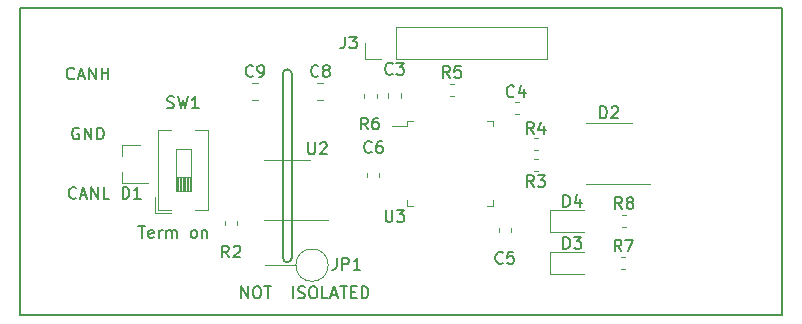
<source format=gbr>
G04 #@! TF.GenerationSoftware,KiCad,Pcbnew,5.1.4*
G04 #@! TF.CreationDate,2020-05-23T13:02:16+03:00*
G04 #@! TF.ProjectId,stm32,73746d33-322e-46b6-9963-61645f706362,rev?*
G04 #@! TF.SameCoordinates,Original*
G04 #@! TF.FileFunction,Legend,Top*
G04 #@! TF.FilePolarity,Positive*
%FSLAX46Y46*%
G04 Gerber Fmt 4.6, Leading zero omitted, Abs format (unit mm)*
G04 Created by KiCad (PCBNEW 5.1.4) date 2020-05-23 13:02:16*
%MOMM*%
%LPD*%
G04 APERTURE LIST*
%ADD10C,0.150000*%
%ADD11C,0.120000*%
G04 APERTURE END LIST*
D10*
X65754380Y-65533542D02*
X65706761Y-65581161D01*
X65563904Y-65628780D01*
X65468666Y-65628780D01*
X65325809Y-65581161D01*
X65230571Y-65485923D01*
X65182952Y-65390685D01*
X65135333Y-65200209D01*
X65135333Y-65057352D01*
X65182952Y-64866876D01*
X65230571Y-64771638D01*
X65325809Y-64676400D01*
X65468666Y-64628780D01*
X65563904Y-64628780D01*
X65706761Y-64676400D01*
X65754380Y-64724019D01*
X66135333Y-65343066D02*
X66611523Y-65343066D01*
X66040095Y-65628780D02*
X66373428Y-64628780D01*
X66706761Y-65628780D01*
X67040095Y-65628780D02*
X67040095Y-64628780D01*
X67611523Y-65628780D01*
X67611523Y-64628780D01*
X68563904Y-65628780D02*
X68087714Y-65628780D01*
X68087714Y-64628780D01*
X65989295Y-59647200D02*
X65894057Y-59599580D01*
X65751200Y-59599580D01*
X65608342Y-59647200D01*
X65513104Y-59742438D01*
X65465485Y-59837676D01*
X65417866Y-60028152D01*
X65417866Y-60171009D01*
X65465485Y-60361485D01*
X65513104Y-60456723D01*
X65608342Y-60551961D01*
X65751200Y-60599580D01*
X65846438Y-60599580D01*
X65989295Y-60551961D01*
X66036914Y-60504342D01*
X66036914Y-60171009D01*
X65846438Y-60171009D01*
X66465485Y-60599580D02*
X66465485Y-59599580D01*
X67036914Y-60599580D01*
X67036914Y-59599580D01*
X67513104Y-60599580D02*
X67513104Y-59599580D01*
X67751200Y-59599580D01*
X67894057Y-59647200D01*
X67989295Y-59742438D01*
X68036914Y-59837676D01*
X68084533Y-60028152D01*
X68084533Y-60171009D01*
X68036914Y-60361485D01*
X67989295Y-60456723D01*
X67894057Y-60551961D01*
X67751200Y-60599580D01*
X67513104Y-60599580D01*
X65584533Y-55424342D02*
X65536914Y-55471961D01*
X65394057Y-55519580D01*
X65298819Y-55519580D01*
X65155961Y-55471961D01*
X65060723Y-55376723D01*
X65013104Y-55281485D01*
X64965485Y-55091009D01*
X64965485Y-54948152D01*
X65013104Y-54757676D01*
X65060723Y-54662438D01*
X65155961Y-54567200D01*
X65298819Y-54519580D01*
X65394057Y-54519580D01*
X65536914Y-54567200D01*
X65584533Y-54614819D01*
X65965485Y-55233866D02*
X66441676Y-55233866D01*
X65870247Y-55519580D02*
X66203580Y-54519580D01*
X66536914Y-55519580D01*
X66870247Y-55519580D02*
X66870247Y-54519580D01*
X67441676Y-55519580D01*
X67441676Y-54519580D01*
X67917866Y-55519580D02*
X67917866Y-54519580D01*
X67917866Y-54995771D02*
X68489295Y-54995771D01*
X68489295Y-55519580D02*
X68489295Y-54519580D01*
X61000000Y-75500000D02*
X125500000Y-75500000D01*
X61000000Y-49500000D02*
X61000000Y-75500000D01*
X125500000Y-50000000D02*
X125500000Y-49500000D01*
X61000000Y-49500000D02*
X125500000Y-49500000D01*
X83248500Y-55054500D02*
G75*
G02X84010500Y-55054500I381000J0D01*
G01*
X84010500Y-70612000D02*
G75*
G02X83248500Y-70612000I-381000J0D01*
G01*
X84010500Y-55054500D02*
X84010500Y-70612000D01*
X83248500Y-55054500D02*
X83248500Y-70612000D01*
X79732857Y-74048880D02*
X79732857Y-73048880D01*
X80304285Y-74048880D01*
X80304285Y-73048880D01*
X80970952Y-73048880D02*
X81161428Y-73048880D01*
X81256666Y-73096500D01*
X81351904Y-73191738D01*
X81399523Y-73382214D01*
X81399523Y-73715547D01*
X81351904Y-73906023D01*
X81256666Y-74001261D01*
X81161428Y-74048880D01*
X80970952Y-74048880D01*
X80875714Y-74001261D01*
X80780476Y-73906023D01*
X80732857Y-73715547D01*
X80732857Y-73382214D01*
X80780476Y-73191738D01*
X80875714Y-73096500D01*
X80970952Y-73048880D01*
X81685238Y-73048880D02*
X82256666Y-73048880D01*
X81970952Y-74048880D02*
X81970952Y-73048880D01*
X84113809Y-74048880D02*
X84113809Y-73048880D01*
X84542380Y-74001261D02*
X84685238Y-74048880D01*
X84923333Y-74048880D01*
X85018571Y-74001261D01*
X85066190Y-73953642D01*
X85113809Y-73858404D01*
X85113809Y-73763166D01*
X85066190Y-73667928D01*
X85018571Y-73620309D01*
X84923333Y-73572690D01*
X84732857Y-73525071D01*
X84637619Y-73477452D01*
X84590000Y-73429833D01*
X84542380Y-73334595D01*
X84542380Y-73239357D01*
X84590000Y-73144119D01*
X84637619Y-73096500D01*
X84732857Y-73048880D01*
X84970952Y-73048880D01*
X85113809Y-73096500D01*
X85732857Y-73048880D02*
X85923333Y-73048880D01*
X86018571Y-73096500D01*
X86113809Y-73191738D01*
X86161428Y-73382214D01*
X86161428Y-73715547D01*
X86113809Y-73906023D01*
X86018571Y-74001261D01*
X85923333Y-74048880D01*
X85732857Y-74048880D01*
X85637619Y-74001261D01*
X85542380Y-73906023D01*
X85494761Y-73715547D01*
X85494761Y-73382214D01*
X85542380Y-73191738D01*
X85637619Y-73096500D01*
X85732857Y-73048880D01*
X87066190Y-74048880D02*
X86590000Y-74048880D01*
X86590000Y-73048880D01*
X87351904Y-73763166D02*
X87828095Y-73763166D01*
X87256666Y-74048880D02*
X87590000Y-73048880D01*
X87923333Y-74048880D01*
X88113809Y-73048880D02*
X88685238Y-73048880D01*
X88399523Y-74048880D02*
X88399523Y-73048880D01*
X89018571Y-73525071D02*
X89351904Y-73525071D01*
X89494761Y-74048880D02*
X89018571Y-74048880D01*
X89018571Y-73048880D01*
X89494761Y-73048880D01*
X89923333Y-74048880D02*
X89923333Y-73048880D01*
X90161428Y-73048880D01*
X90304285Y-73096500D01*
X90399523Y-73191738D01*
X90447142Y-73286976D01*
X90494761Y-73477452D01*
X90494761Y-73620309D01*
X90447142Y-73810785D01*
X90399523Y-73906023D01*
X90304285Y-74001261D01*
X90161428Y-74048880D01*
X89923333Y-74048880D01*
X71023809Y-67952380D02*
X71595238Y-67952380D01*
X71309523Y-68952380D02*
X71309523Y-67952380D01*
X72309523Y-68904761D02*
X72214285Y-68952380D01*
X72023809Y-68952380D01*
X71928571Y-68904761D01*
X71880952Y-68809523D01*
X71880952Y-68428571D01*
X71928571Y-68333333D01*
X72023809Y-68285714D01*
X72214285Y-68285714D01*
X72309523Y-68333333D01*
X72357142Y-68428571D01*
X72357142Y-68523809D01*
X71880952Y-68619047D01*
X72785714Y-68952380D02*
X72785714Y-68285714D01*
X72785714Y-68476190D02*
X72833333Y-68380952D01*
X72880952Y-68333333D01*
X72976190Y-68285714D01*
X73071428Y-68285714D01*
X73404761Y-68952380D02*
X73404761Y-68285714D01*
X73404761Y-68380952D02*
X73452380Y-68333333D01*
X73547619Y-68285714D01*
X73690476Y-68285714D01*
X73785714Y-68333333D01*
X73833333Y-68428571D01*
X73833333Y-68952380D01*
X73833333Y-68428571D02*
X73880952Y-68333333D01*
X73976190Y-68285714D01*
X74119047Y-68285714D01*
X74214285Y-68333333D01*
X74261904Y-68428571D01*
X74261904Y-68952380D01*
X75642857Y-68952380D02*
X75547619Y-68904761D01*
X75500000Y-68857142D01*
X75452380Y-68761904D01*
X75452380Y-68476190D01*
X75500000Y-68380952D01*
X75547619Y-68333333D01*
X75642857Y-68285714D01*
X75785714Y-68285714D01*
X75880952Y-68333333D01*
X75928571Y-68380952D01*
X75976190Y-68476190D01*
X75976190Y-68761904D01*
X75928571Y-68857142D01*
X75880952Y-68904761D01*
X75785714Y-68952380D01*
X75642857Y-68952380D01*
X76404761Y-68285714D02*
X76404761Y-68952380D01*
X76404761Y-68380952D02*
X76452380Y-68333333D01*
X76547619Y-68285714D01*
X76690476Y-68285714D01*
X76785714Y-68333333D01*
X76833333Y-68428571D01*
X76833333Y-68952380D01*
X125500000Y-75500000D02*
X125500000Y-50000000D01*
D11*
X84355000Y-71247000D02*
X81745000Y-71247000D01*
X87095000Y-71247000D02*
G75*
G03X87095000Y-71247000I-1370000J0D01*
G01*
X80628748Y-57225000D02*
X81151252Y-57225000D01*
X80628748Y-55805000D02*
X81151252Y-55805000D01*
X86171248Y-57225000D02*
X86693752Y-57225000D01*
X86171248Y-55805000D02*
X86693752Y-55805000D01*
X93220000Y-56710733D02*
X93220000Y-57053267D01*
X92200000Y-56710733D02*
X92200000Y-57053267D01*
X103245767Y-58485500D02*
X102903233Y-58485500D01*
X103245767Y-57465500D02*
X102903233Y-57465500D01*
X102554500Y-68419767D02*
X102554500Y-68077233D01*
X101534500Y-68419767D02*
X101534500Y-68077233D01*
X91378500Y-63455733D02*
X91378500Y-63798267D01*
X90358500Y-63455733D02*
X90358500Y-63798267D01*
X69677500Y-61092000D02*
X69677500Y-62022000D01*
X69677500Y-64252000D02*
X69677500Y-63322000D01*
X69677500Y-64252000D02*
X71837500Y-64252000D01*
X69677500Y-61092000D02*
X71137500Y-61092000D01*
X110869500Y-59225500D02*
X108919500Y-59225500D01*
X110869500Y-59225500D02*
X112819500Y-59225500D01*
X110869500Y-64345500D02*
X108919500Y-64345500D01*
X110869500Y-64345500D02*
X114319500Y-64345500D01*
X105890500Y-72016500D02*
X108750500Y-72016500D01*
X105890500Y-70096500D02*
X105890500Y-72016500D01*
X108750500Y-70096500D02*
X105890500Y-70096500D01*
X108750500Y-66540500D02*
X105890500Y-66540500D01*
X105890500Y-66540500D02*
X105890500Y-68460500D01*
X105890500Y-68460500D02*
X108750500Y-68460500D01*
X105597000Y-53781000D02*
X105597000Y-51121000D01*
X92837000Y-53781000D02*
X105597000Y-53781000D01*
X92837000Y-51121000D02*
X105597000Y-51121000D01*
X92837000Y-53781000D02*
X92837000Y-51121000D01*
X91567000Y-53781000D02*
X90237000Y-53781000D01*
X90237000Y-53781000D02*
X90237000Y-52451000D01*
X79377000Y-67533733D02*
X79377000Y-67876267D01*
X78357000Y-67533733D02*
X78357000Y-67876267D01*
X104833267Y-63248000D02*
X104490733Y-63248000D01*
X104833267Y-62228000D02*
X104490733Y-62228000D01*
X104833267Y-60513500D02*
X104490733Y-60513500D01*
X104833267Y-61533500D02*
X104490733Y-61533500D01*
X97721267Y-56898000D02*
X97378733Y-56898000D01*
X97721267Y-55878000D02*
X97378733Y-55878000D01*
X91188000Y-57067267D02*
X91188000Y-56724733D01*
X90168000Y-57067267D02*
X90168000Y-56724733D01*
X111920233Y-71566500D02*
X112262767Y-71566500D01*
X111920233Y-70546500D02*
X112262767Y-70546500D01*
X111983733Y-66990500D02*
X112326267Y-66990500D01*
X111983733Y-68010500D02*
X112326267Y-68010500D01*
X72693000Y-66592500D02*
X72693000Y-59771500D01*
X76913000Y-66592500D02*
X76913000Y-59771500D01*
X72693000Y-66592500D02*
X73763000Y-66592500D01*
X75843000Y-66592500D02*
X76913000Y-66592500D01*
X72693000Y-59771500D02*
X73813000Y-59771500D01*
X75793000Y-59771500D02*
X76913000Y-59771500D01*
X72453000Y-66832500D02*
X72453000Y-65449500D01*
X72453000Y-66832500D02*
X73763000Y-66832500D01*
X74168000Y-64992500D02*
X75438000Y-64992500D01*
X75438000Y-64992500D02*
X75438000Y-61372500D01*
X75438000Y-61372500D02*
X74168000Y-61372500D01*
X74168000Y-61372500D02*
X74168000Y-64992500D01*
X74288000Y-64992500D02*
X74288000Y-63785833D01*
X74408000Y-64992500D02*
X74408000Y-63785833D01*
X74528000Y-64992500D02*
X74528000Y-63785833D01*
X74648000Y-64992500D02*
X74648000Y-63785833D01*
X74768000Y-64992500D02*
X74768000Y-63785833D01*
X74888000Y-64992500D02*
X74888000Y-63785833D01*
X75008000Y-64992500D02*
X75008000Y-63785833D01*
X75128000Y-64992500D02*
X75128000Y-63785833D01*
X75248000Y-64992500D02*
X75248000Y-63785833D01*
X75368000Y-64992500D02*
X75368000Y-63785833D01*
X74168000Y-63785833D02*
X75438000Y-63785833D01*
X83629500Y-67457000D02*
X87079500Y-67457000D01*
X83629500Y-67457000D02*
X81679500Y-67457000D01*
X83629500Y-62337000D02*
X85579500Y-62337000D01*
X83629500Y-62337000D02*
X81679500Y-62337000D01*
X100569000Y-66221000D02*
X101019000Y-66221000D01*
X101019000Y-66221000D02*
X101019000Y-65771000D01*
X94249000Y-66221000D02*
X93799000Y-66221000D01*
X93799000Y-66221000D02*
X93799000Y-65771000D01*
X100569000Y-59001000D02*
X101019000Y-59001000D01*
X101019000Y-59001000D02*
X101019000Y-59451000D01*
X94249000Y-59001000D02*
X93799000Y-59001000D01*
X93799000Y-59001000D02*
X93799000Y-59451000D01*
X93799000Y-59451000D02*
X92509000Y-59451000D01*
D10*
X87812666Y-70635880D02*
X87812666Y-71350166D01*
X87765047Y-71493023D01*
X87669809Y-71588261D01*
X87526952Y-71635880D01*
X87431714Y-71635880D01*
X88288857Y-71635880D02*
X88288857Y-70635880D01*
X88669809Y-70635880D01*
X88765047Y-70683500D01*
X88812666Y-70731119D01*
X88860285Y-70826357D01*
X88860285Y-70969214D01*
X88812666Y-71064452D01*
X88765047Y-71112071D01*
X88669809Y-71159690D01*
X88288857Y-71159690D01*
X89812666Y-71635880D02*
X89241238Y-71635880D01*
X89526952Y-71635880D02*
X89526952Y-70635880D01*
X89431714Y-70778738D01*
X89336476Y-70873976D01*
X89241238Y-70921595D01*
X80723333Y-55222142D02*
X80675714Y-55269761D01*
X80532857Y-55317380D01*
X80437619Y-55317380D01*
X80294761Y-55269761D01*
X80199523Y-55174523D01*
X80151904Y-55079285D01*
X80104285Y-54888809D01*
X80104285Y-54745952D01*
X80151904Y-54555476D01*
X80199523Y-54460238D01*
X80294761Y-54365000D01*
X80437619Y-54317380D01*
X80532857Y-54317380D01*
X80675714Y-54365000D01*
X80723333Y-54412619D01*
X81199523Y-55317380D02*
X81390000Y-55317380D01*
X81485238Y-55269761D01*
X81532857Y-55222142D01*
X81628095Y-55079285D01*
X81675714Y-54888809D01*
X81675714Y-54507857D01*
X81628095Y-54412619D01*
X81580476Y-54365000D01*
X81485238Y-54317380D01*
X81294761Y-54317380D01*
X81199523Y-54365000D01*
X81151904Y-54412619D01*
X81104285Y-54507857D01*
X81104285Y-54745952D01*
X81151904Y-54841190D01*
X81199523Y-54888809D01*
X81294761Y-54936428D01*
X81485238Y-54936428D01*
X81580476Y-54888809D01*
X81628095Y-54841190D01*
X81675714Y-54745952D01*
X86265833Y-55222142D02*
X86218214Y-55269761D01*
X86075357Y-55317380D01*
X85980119Y-55317380D01*
X85837261Y-55269761D01*
X85742023Y-55174523D01*
X85694404Y-55079285D01*
X85646785Y-54888809D01*
X85646785Y-54745952D01*
X85694404Y-54555476D01*
X85742023Y-54460238D01*
X85837261Y-54365000D01*
X85980119Y-54317380D01*
X86075357Y-54317380D01*
X86218214Y-54365000D01*
X86265833Y-54412619D01*
X86837261Y-54745952D02*
X86742023Y-54698333D01*
X86694404Y-54650714D01*
X86646785Y-54555476D01*
X86646785Y-54507857D01*
X86694404Y-54412619D01*
X86742023Y-54365000D01*
X86837261Y-54317380D01*
X87027738Y-54317380D01*
X87122976Y-54365000D01*
X87170595Y-54412619D01*
X87218214Y-54507857D01*
X87218214Y-54555476D01*
X87170595Y-54650714D01*
X87122976Y-54698333D01*
X87027738Y-54745952D01*
X86837261Y-54745952D01*
X86742023Y-54793571D01*
X86694404Y-54841190D01*
X86646785Y-54936428D01*
X86646785Y-55126904D01*
X86694404Y-55222142D01*
X86742023Y-55269761D01*
X86837261Y-55317380D01*
X87027738Y-55317380D01*
X87122976Y-55269761D01*
X87170595Y-55222142D01*
X87218214Y-55126904D01*
X87218214Y-54936428D01*
X87170595Y-54841190D01*
X87122976Y-54793571D01*
X87027738Y-54745952D01*
X92543333Y-55030642D02*
X92495714Y-55078261D01*
X92352857Y-55125880D01*
X92257619Y-55125880D01*
X92114761Y-55078261D01*
X92019523Y-54983023D01*
X91971904Y-54887785D01*
X91924285Y-54697309D01*
X91924285Y-54554452D01*
X91971904Y-54363976D01*
X92019523Y-54268738D01*
X92114761Y-54173500D01*
X92257619Y-54125880D01*
X92352857Y-54125880D01*
X92495714Y-54173500D01*
X92543333Y-54221119D01*
X92876666Y-54125880D02*
X93495714Y-54125880D01*
X93162380Y-54506833D01*
X93305238Y-54506833D01*
X93400476Y-54554452D01*
X93448095Y-54602071D01*
X93495714Y-54697309D01*
X93495714Y-54935404D01*
X93448095Y-55030642D01*
X93400476Y-55078261D01*
X93305238Y-55125880D01*
X93019523Y-55125880D01*
X92924285Y-55078261D01*
X92876666Y-55030642D01*
X102830333Y-56935642D02*
X102782714Y-56983261D01*
X102639857Y-57030880D01*
X102544619Y-57030880D01*
X102401761Y-56983261D01*
X102306523Y-56888023D01*
X102258904Y-56792785D01*
X102211285Y-56602309D01*
X102211285Y-56459452D01*
X102258904Y-56268976D01*
X102306523Y-56173738D01*
X102401761Y-56078500D01*
X102544619Y-56030880D01*
X102639857Y-56030880D01*
X102782714Y-56078500D01*
X102830333Y-56126119D01*
X103687476Y-56364214D02*
X103687476Y-57030880D01*
X103449380Y-55983261D02*
X103211285Y-56697547D01*
X103830333Y-56697547D01*
X101877833Y-71032642D02*
X101830214Y-71080261D01*
X101687357Y-71127880D01*
X101592119Y-71127880D01*
X101449261Y-71080261D01*
X101354023Y-70985023D01*
X101306404Y-70889785D01*
X101258785Y-70699309D01*
X101258785Y-70556452D01*
X101306404Y-70365976D01*
X101354023Y-70270738D01*
X101449261Y-70175500D01*
X101592119Y-70127880D01*
X101687357Y-70127880D01*
X101830214Y-70175500D01*
X101877833Y-70223119D01*
X102782595Y-70127880D02*
X102306404Y-70127880D01*
X102258785Y-70604071D01*
X102306404Y-70556452D01*
X102401642Y-70508833D01*
X102639738Y-70508833D01*
X102734976Y-70556452D01*
X102782595Y-70604071D01*
X102830214Y-70699309D01*
X102830214Y-70937404D01*
X102782595Y-71032642D01*
X102734976Y-71080261D01*
X102639738Y-71127880D01*
X102401642Y-71127880D01*
X102306404Y-71080261D01*
X102258785Y-71032642D01*
X90765333Y-61648642D02*
X90717714Y-61696261D01*
X90574857Y-61743880D01*
X90479619Y-61743880D01*
X90336761Y-61696261D01*
X90241523Y-61601023D01*
X90193904Y-61505785D01*
X90146285Y-61315309D01*
X90146285Y-61172452D01*
X90193904Y-60981976D01*
X90241523Y-60886738D01*
X90336761Y-60791500D01*
X90479619Y-60743880D01*
X90574857Y-60743880D01*
X90717714Y-60791500D01*
X90765333Y-60839119D01*
X91622476Y-60743880D02*
X91432000Y-60743880D01*
X91336761Y-60791500D01*
X91289142Y-60839119D01*
X91193904Y-60981976D01*
X91146285Y-61172452D01*
X91146285Y-61553404D01*
X91193904Y-61648642D01*
X91241523Y-61696261D01*
X91336761Y-61743880D01*
X91527238Y-61743880D01*
X91622476Y-61696261D01*
X91670095Y-61648642D01*
X91717714Y-61553404D01*
X91717714Y-61315309D01*
X91670095Y-61220071D01*
X91622476Y-61172452D01*
X91527238Y-61124833D01*
X91336761Y-61124833D01*
X91241523Y-61172452D01*
X91193904Y-61220071D01*
X91146285Y-61315309D01*
X69699404Y-65624380D02*
X69699404Y-64624380D01*
X69937500Y-64624380D01*
X70080357Y-64672000D01*
X70175595Y-64767238D01*
X70223214Y-64862476D01*
X70270833Y-65052952D01*
X70270833Y-65195809D01*
X70223214Y-65386285D01*
X70175595Y-65481523D01*
X70080357Y-65576761D01*
X69937500Y-65624380D01*
X69699404Y-65624380D01*
X71223214Y-65624380D02*
X70651785Y-65624380D01*
X70937500Y-65624380D02*
X70937500Y-64624380D01*
X70842261Y-64767238D01*
X70747023Y-64862476D01*
X70651785Y-64910095D01*
X110132904Y-58808880D02*
X110132904Y-57808880D01*
X110371000Y-57808880D01*
X110513857Y-57856500D01*
X110609095Y-57951738D01*
X110656714Y-58046976D01*
X110704333Y-58237452D01*
X110704333Y-58380309D01*
X110656714Y-58570785D01*
X110609095Y-58666023D01*
X110513857Y-58761261D01*
X110371000Y-58808880D01*
X110132904Y-58808880D01*
X111085285Y-57904119D02*
X111132904Y-57856500D01*
X111228142Y-57808880D01*
X111466238Y-57808880D01*
X111561476Y-57856500D01*
X111609095Y-57904119D01*
X111656714Y-57999357D01*
X111656714Y-58094595D01*
X111609095Y-58237452D01*
X111037666Y-58808880D01*
X111656714Y-58808880D01*
X107012404Y-69858880D02*
X107012404Y-68858880D01*
X107250500Y-68858880D01*
X107393357Y-68906500D01*
X107488595Y-69001738D01*
X107536214Y-69096976D01*
X107583833Y-69287452D01*
X107583833Y-69430309D01*
X107536214Y-69620785D01*
X107488595Y-69716023D01*
X107393357Y-69811261D01*
X107250500Y-69858880D01*
X107012404Y-69858880D01*
X107917166Y-68858880D02*
X108536214Y-68858880D01*
X108202880Y-69239833D01*
X108345738Y-69239833D01*
X108440976Y-69287452D01*
X108488595Y-69335071D01*
X108536214Y-69430309D01*
X108536214Y-69668404D01*
X108488595Y-69763642D01*
X108440976Y-69811261D01*
X108345738Y-69858880D01*
X108060023Y-69858880D01*
X107964785Y-69811261D01*
X107917166Y-69763642D01*
X107012404Y-66302880D02*
X107012404Y-65302880D01*
X107250500Y-65302880D01*
X107393357Y-65350500D01*
X107488595Y-65445738D01*
X107536214Y-65540976D01*
X107583833Y-65731452D01*
X107583833Y-65874309D01*
X107536214Y-66064785D01*
X107488595Y-66160023D01*
X107393357Y-66255261D01*
X107250500Y-66302880D01*
X107012404Y-66302880D01*
X108440976Y-65636214D02*
X108440976Y-66302880D01*
X108202880Y-65255261D02*
X107964785Y-65969547D01*
X108583833Y-65969547D01*
X88503166Y-51903380D02*
X88503166Y-52617666D01*
X88455547Y-52760523D01*
X88360309Y-52855761D01*
X88217452Y-52903380D01*
X88122214Y-52903380D01*
X88884119Y-51903380D02*
X89503166Y-51903380D01*
X89169833Y-52284333D01*
X89312690Y-52284333D01*
X89407928Y-52331952D01*
X89455547Y-52379571D01*
X89503166Y-52474809D01*
X89503166Y-52712904D01*
X89455547Y-52808142D01*
X89407928Y-52855761D01*
X89312690Y-52903380D01*
X89026976Y-52903380D01*
X88931738Y-52855761D01*
X88884119Y-52808142D01*
X78700333Y-70584380D02*
X78367000Y-70108190D01*
X78128904Y-70584380D02*
X78128904Y-69584380D01*
X78509857Y-69584380D01*
X78605095Y-69632000D01*
X78652714Y-69679619D01*
X78700333Y-69774857D01*
X78700333Y-69917714D01*
X78652714Y-70012952D01*
X78605095Y-70060571D01*
X78509857Y-70108190D01*
X78128904Y-70108190D01*
X79081285Y-69679619D02*
X79128904Y-69632000D01*
X79224142Y-69584380D01*
X79462238Y-69584380D01*
X79557476Y-69632000D01*
X79605095Y-69679619D01*
X79652714Y-69774857D01*
X79652714Y-69870095D01*
X79605095Y-70012952D01*
X79033666Y-70584380D01*
X79652714Y-70584380D01*
X104495333Y-64620380D02*
X104162000Y-64144190D01*
X103923904Y-64620380D02*
X103923904Y-63620380D01*
X104304857Y-63620380D01*
X104400095Y-63668000D01*
X104447714Y-63715619D01*
X104495333Y-63810857D01*
X104495333Y-63953714D01*
X104447714Y-64048952D01*
X104400095Y-64096571D01*
X104304857Y-64144190D01*
X103923904Y-64144190D01*
X104828666Y-63620380D02*
X105447714Y-63620380D01*
X105114380Y-64001333D01*
X105257238Y-64001333D01*
X105352476Y-64048952D01*
X105400095Y-64096571D01*
X105447714Y-64191809D01*
X105447714Y-64429904D01*
X105400095Y-64525142D01*
X105352476Y-64572761D01*
X105257238Y-64620380D01*
X104971523Y-64620380D01*
X104876285Y-64572761D01*
X104828666Y-64525142D01*
X104495333Y-60142380D02*
X104162000Y-59666190D01*
X103923904Y-60142380D02*
X103923904Y-59142380D01*
X104304857Y-59142380D01*
X104400095Y-59190000D01*
X104447714Y-59237619D01*
X104495333Y-59332857D01*
X104495333Y-59475714D01*
X104447714Y-59570952D01*
X104400095Y-59618571D01*
X104304857Y-59666190D01*
X103923904Y-59666190D01*
X105352476Y-59475714D02*
X105352476Y-60142380D01*
X105114380Y-59094761D02*
X104876285Y-59809047D01*
X105495333Y-59809047D01*
X97397333Y-55379880D02*
X97064000Y-54903690D01*
X96825904Y-55379880D02*
X96825904Y-54379880D01*
X97206857Y-54379880D01*
X97302095Y-54427500D01*
X97349714Y-54475119D01*
X97397333Y-54570357D01*
X97397333Y-54713214D01*
X97349714Y-54808452D01*
X97302095Y-54856071D01*
X97206857Y-54903690D01*
X96825904Y-54903690D01*
X98302095Y-54379880D02*
X97825904Y-54379880D01*
X97778285Y-54856071D01*
X97825904Y-54808452D01*
X97921142Y-54760833D01*
X98159238Y-54760833D01*
X98254476Y-54808452D01*
X98302095Y-54856071D01*
X98349714Y-54951309D01*
X98349714Y-55189404D01*
X98302095Y-55284642D01*
X98254476Y-55332261D01*
X98159238Y-55379880D01*
X97921142Y-55379880D01*
X97825904Y-55332261D01*
X97778285Y-55284642D01*
X90447833Y-59761380D02*
X90114500Y-59285190D01*
X89876404Y-59761380D02*
X89876404Y-58761380D01*
X90257357Y-58761380D01*
X90352595Y-58809000D01*
X90400214Y-58856619D01*
X90447833Y-58951857D01*
X90447833Y-59094714D01*
X90400214Y-59189952D01*
X90352595Y-59237571D01*
X90257357Y-59285190D01*
X89876404Y-59285190D01*
X91304976Y-58761380D02*
X91114500Y-58761380D01*
X91019261Y-58809000D01*
X90971642Y-58856619D01*
X90876404Y-58999476D01*
X90828785Y-59189952D01*
X90828785Y-59570904D01*
X90876404Y-59666142D01*
X90924023Y-59713761D01*
X91019261Y-59761380D01*
X91209738Y-59761380D01*
X91304976Y-59713761D01*
X91352595Y-59666142D01*
X91400214Y-59570904D01*
X91400214Y-59332809D01*
X91352595Y-59237571D01*
X91304976Y-59189952D01*
X91209738Y-59142333D01*
X91019261Y-59142333D01*
X90924023Y-59189952D01*
X90876404Y-59237571D01*
X90828785Y-59332809D01*
X111924833Y-70078880D02*
X111591500Y-69602690D01*
X111353404Y-70078880D02*
X111353404Y-69078880D01*
X111734357Y-69078880D01*
X111829595Y-69126500D01*
X111877214Y-69174119D01*
X111924833Y-69269357D01*
X111924833Y-69412214D01*
X111877214Y-69507452D01*
X111829595Y-69555071D01*
X111734357Y-69602690D01*
X111353404Y-69602690D01*
X112258166Y-69078880D02*
X112924833Y-69078880D01*
X112496261Y-70078880D01*
X111974333Y-66492380D02*
X111641000Y-66016190D01*
X111402904Y-66492380D02*
X111402904Y-65492380D01*
X111783857Y-65492380D01*
X111879095Y-65540000D01*
X111926714Y-65587619D01*
X111974333Y-65682857D01*
X111974333Y-65825714D01*
X111926714Y-65920952D01*
X111879095Y-65968571D01*
X111783857Y-66016190D01*
X111402904Y-66016190D01*
X112545761Y-65920952D02*
X112450523Y-65873333D01*
X112402904Y-65825714D01*
X112355285Y-65730476D01*
X112355285Y-65682857D01*
X112402904Y-65587619D01*
X112450523Y-65540000D01*
X112545761Y-65492380D01*
X112736238Y-65492380D01*
X112831476Y-65540000D01*
X112879095Y-65587619D01*
X112926714Y-65682857D01*
X112926714Y-65730476D01*
X112879095Y-65825714D01*
X112831476Y-65873333D01*
X112736238Y-65920952D01*
X112545761Y-65920952D01*
X112450523Y-65968571D01*
X112402904Y-66016190D01*
X112355285Y-66111428D01*
X112355285Y-66301904D01*
X112402904Y-66397142D01*
X112450523Y-66444761D01*
X112545761Y-66492380D01*
X112736238Y-66492380D01*
X112831476Y-66444761D01*
X112879095Y-66397142D01*
X112926714Y-66301904D01*
X112926714Y-66111428D01*
X112879095Y-66016190D01*
X112831476Y-65968571D01*
X112736238Y-65920952D01*
X73469666Y-57904761D02*
X73612523Y-57952380D01*
X73850619Y-57952380D01*
X73945857Y-57904761D01*
X73993476Y-57857142D01*
X74041095Y-57761904D01*
X74041095Y-57666666D01*
X73993476Y-57571428D01*
X73945857Y-57523809D01*
X73850619Y-57476190D01*
X73660142Y-57428571D01*
X73564904Y-57380952D01*
X73517285Y-57333333D01*
X73469666Y-57238095D01*
X73469666Y-57142857D01*
X73517285Y-57047619D01*
X73564904Y-57000000D01*
X73660142Y-56952380D01*
X73898238Y-56952380D01*
X74041095Y-57000000D01*
X74374428Y-56952380D02*
X74612523Y-57952380D01*
X74803000Y-57238095D01*
X74993476Y-57952380D01*
X75231571Y-56952380D01*
X76136333Y-57952380D02*
X75564904Y-57952380D01*
X75850619Y-57952380D02*
X75850619Y-56952380D01*
X75755380Y-57095238D01*
X75660142Y-57190476D01*
X75564904Y-57238095D01*
X85407595Y-60856880D02*
X85407595Y-61666404D01*
X85455214Y-61761642D01*
X85502833Y-61809261D01*
X85598071Y-61856880D01*
X85788547Y-61856880D01*
X85883785Y-61809261D01*
X85931404Y-61761642D01*
X85979023Y-61666404D01*
X85979023Y-60856880D01*
X86407595Y-60952119D02*
X86455214Y-60904500D01*
X86550452Y-60856880D01*
X86788547Y-60856880D01*
X86883785Y-60904500D01*
X86931404Y-60952119D01*
X86979023Y-61047357D01*
X86979023Y-61142595D01*
X86931404Y-61285452D01*
X86359976Y-61856880D01*
X86979023Y-61856880D01*
X91948095Y-66571880D02*
X91948095Y-67381404D01*
X91995714Y-67476642D01*
X92043333Y-67524261D01*
X92138571Y-67571880D01*
X92329047Y-67571880D01*
X92424285Y-67524261D01*
X92471904Y-67476642D01*
X92519523Y-67381404D01*
X92519523Y-66571880D01*
X92900476Y-66571880D02*
X93519523Y-66571880D01*
X93186190Y-66952833D01*
X93329047Y-66952833D01*
X93424285Y-67000452D01*
X93471904Y-67048071D01*
X93519523Y-67143309D01*
X93519523Y-67381404D01*
X93471904Y-67476642D01*
X93424285Y-67524261D01*
X93329047Y-67571880D01*
X93043333Y-67571880D01*
X92948095Y-67524261D01*
X92900476Y-67476642D01*
M02*

</source>
